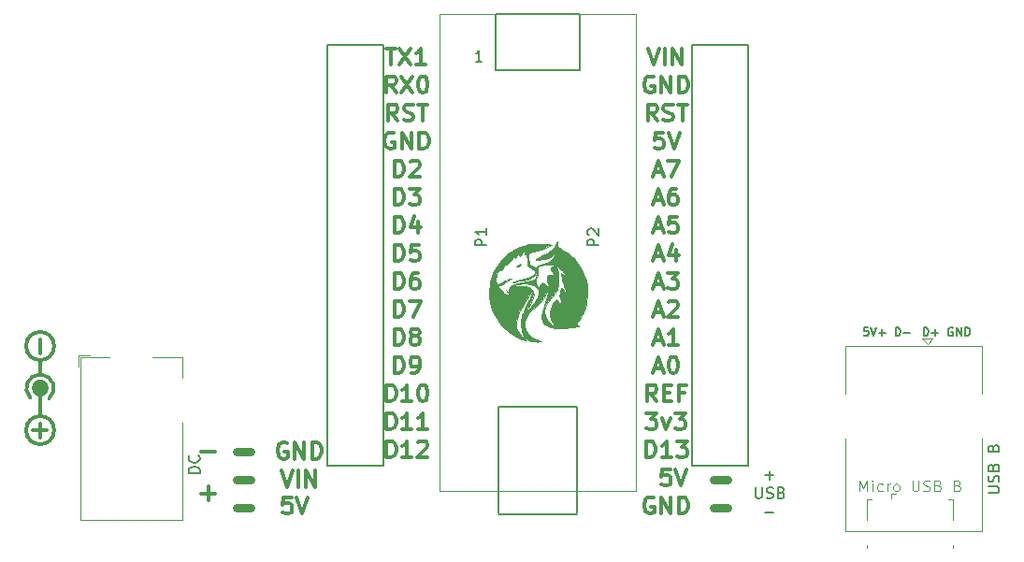
<source format=gto>
G04 #@! TF.GenerationSoftware,KiCad,Pcbnew,(5.0.0)*
G04 #@! TF.CreationDate,2019-08-07T20:49:05+02:00*
G04 #@! TF.ProjectId,Arduino_Nano_Breadboard,41726475696E6F5F4E616E6F5F427265,rev?*
G04 #@! TF.SameCoordinates,Original*
G04 #@! TF.FileFunction,Legend,Top*
G04 #@! TF.FilePolarity,Positive*
%FSLAX46Y46*%
G04 Gerber Fmt 4.6, Leading zero omitted, Abs format (unit mm)*
G04 Created by KiCad (PCBNEW (5.0.0)) date 08/07/19 20:49:05*
%MOMM*%
%LPD*%
G01*
G04 APERTURE LIST*
%ADD10C,0.100000*%
%ADD11C,0.300000*%
%ADD12C,0.750000*%
%ADD13C,0.150000*%
%ADD14C,0.200000*%
%ADD15C,0.010000*%
%ADD16C,0.120000*%
%ADD17C,1.500000*%
G04 APERTURE END LIST*
D10*
X154061190Y-138397380D02*
X154061190Y-137397380D01*
X154394523Y-138111666D01*
X154727857Y-137397380D01*
X154727857Y-138397380D01*
X155204047Y-138397380D02*
X155204047Y-137730714D01*
X155204047Y-137397380D02*
X155156428Y-137445000D01*
X155204047Y-137492619D01*
X155251666Y-137445000D01*
X155204047Y-137397380D01*
X155204047Y-137492619D01*
X156108809Y-138349761D02*
X156013571Y-138397380D01*
X155823095Y-138397380D01*
X155727857Y-138349761D01*
X155680238Y-138302142D01*
X155632619Y-138206904D01*
X155632619Y-137921190D01*
X155680238Y-137825952D01*
X155727857Y-137778333D01*
X155823095Y-137730714D01*
X156013571Y-137730714D01*
X156108809Y-137778333D01*
X156537380Y-138397380D02*
X156537380Y-137730714D01*
X156537380Y-137921190D02*
X156585000Y-137825952D01*
X156632619Y-137778333D01*
X156727857Y-137730714D01*
X156823095Y-137730714D01*
X157299285Y-138397380D02*
X157204047Y-138349761D01*
X157156428Y-138302142D01*
X157108809Y-138206904D01*
X157108809Y-137921190D01*
X157156428Y-137825952D01*
X157204047Y-137778333D01*
X157299285Y-137730714D01*
X157442142Y-137730714D01*
X157537380Y-137778333D01*
X157585000Y-137825952D01*
X157632619Y-137921190D01*
X157632619Y-138206904D01*
X157585000Y-138302142D01*
X157537380Y-138349761D01*
X157442142Y-138397380D01*
X157299285Y-138397380D01*
X158823095Y-137397380D02*
X158823095Y-138206904D01*
X158870714Y-138302142D01*
X158918333Y-138349761D01*
X159013571Y-138397380D01*
X159204047Y-138397380D01*
X159299285Y-138349761D01*
X159346904Y-138302142D01*
X159394523Y-138206904D01*
X159394523Y-137397380D01*
X159823095Y-138349761D02*
X159965952Y-138397380D01*
X160204047Y-138397380D01*
X160299285Y-138349761D01*
X160346904Y-138302142D01*
X160394523Y-138206904D01*
X160394523Y-138111666D01*
X160346904Y-138016428D01*
X160299285Y-137968809D01*
X160204047Y-137921190D01*
X160013571Y-137873571D01*
X159918333Y-137825952D01*
X159870714Y-137778333D01*
X159823095Y-137683095D01*
X159823095Y-137587857D01*
X159870714Y-137492619D01*
X159918333Y-137445000D01*
X160013571Y-137397380D01*
X160251666Y-137397380D01*
X160394523Y-137445000D01*
X161156428Y-137873571D02*
X161299285Y-137921190D01*
X161346904Y-137968809D01*
X161394523Y-138064047D01*
X161394523Y-138206904D01*
X161346904Y-138302142D01*
X161299285Y-138349761D01*
X161204047Y-138397380D01*
X160823095Y-138397380D01*
X160823095Y-137397380D01*
X161156428Y-137397380D01*
X161251666Y-137445000D01*
X161299285Y-137492619D01*
X161346904Y-137587857D01*
X161346904Y-137683095D01*
X161299285Y-137778333D01*
X161251666Y-137825952D01*
X161156428Y-137873571D01*
X160823095Y-137873571D01*
X162918333Y-137873571D02*
X163061190Y-137921190D01*
X163108809Y-137968809D01*
X163156428Y-138064047D01*
X163156428Y-138206904D01*
X163108809Y-138302142D01*
X163061190Y-138349761D01*
X162965952Y-138397380D01*
X162585000Y-138397380D01*
X162585000Y-137397380D01*
X162918333Y-137397380D01*
X163013571Y-137445000D01*
X163061190Y-137492619D01*
X163108809Y-137587857D01*
X163108809Y-137683095D01*
X163061190Y-137778333D01*
X163013571Y-137825952D01*
X162918333Y-137873571D01*
X162585000Y-137873571D01*
D11*
X102591053Y-138919440D02*
X101876768Y-138919440D01*
X101805339Y-139633726D01*
X101876768Y-139562297D01*
X102019625Y-139490869D01*
X102376768Y-139490869D01*
X102519625Y-139562297D01*
X102591053Y-139633726D01*
X102662482Y-139776583D01*
X102662482Y-140133726D01*
X102591053Y-140276583D01*
X102519625Y-140348011D01*
X102376768Y-140419440D01*
X102019625Y-140419440D01*
X101876768Y-140348011D01*
X101805339Y-140276583D01*
X103091053Y-138919440D02*
X103591053Y-140419440D01*
X104091053Y-138919440D01*
D12*
X98895000Y-134770000D02*
X97625000Y-134770000D01*
X142075000Y-137310000D02*
X140805000Y-137310000D01*
X142075000Y-139850000D02*
X140805000Y-139850000D01*
X98895000Y-139850000D02*
X97625000Y-139850000D01*
X98895000Y-137310000D02*
X97625000Y-137310000D01*
D13*
X154802857Y-123564285D02*
X154445714Y-123564285D01*
X154410000Y-123921428D01*
X154445714Y-123885714D01*
X154517142Y-123850000D01*
X154695714Y-123850000D01*
X154767142Y-123885714D01*
X154802857Y-123921428D01*
X154838571Y-123992857D01*
X154838571Y-124171428D01*
X154802857Y-124242857D01*
X154767142Y-124278571D01*
X154695714Y-124314285D01*
X154517142Y-124314285D01*
X154445714Y-124278571D01*
X154410000Y-124242857D01*
X155052857Y-123564285D02*
X155302857Y-124314285D01*
X155552857Y-123564285D01*
X155802857Y-124028571D02*
X156374285Y-124028571D01*
X156088571Y-124314285D02*
X156088571Y-123742857D01*
X162458571Y-123600000D02*
X162387142Y-123564285D01*
X162280000Y-123564285D01*
X162172857Y-123600000D01*
X162101428Y-123671428D01*
X162065714Y-123742857D01*
X162030000Y-123885714D01*
X162030000Y-123992857D01*
X162065714Y-124135714D01*
X162101428Y-124207142D01*
X162172857Y-124278571D01*
X162280000Y-124314285D01*
X162351428Y-124314285D01*
X162458571Y-124278571D01*
X162494285Y-124242857D01*
X162494285Y-123992857D01*
X162351428Y-123992857D01*
X162815714Y-124314285D02*
X162815714Y-123564285D01*
X163244285Y-124314285D01*
X163244285Y-123564285D01*
X163601428Y-124314285D02*
X163601428Y-123564285D01*
X163780000Y-123564285D01*
X163887142Y-123600000D01*
X163958571Y-123671428D01*
X163994285Y-123742857D01*
X164030000Y-123885714D01*
X164030000Y-123992857D01*
X163994285Y-124135714D01*
X163958571Y-124207142D01*
X163887142Y-124278571D01*
X163780000Y-124314285D01*
X163601428Y-124314285D01*
X159829285Y-124314285D02*
X159829285Y-123564285D01*
X160007857Y-123564285D01*
X160115000Y-123600000D01*
X160186428Y-123671428D01*
X160222142Y-123742857D01*
X160257857Y-123885714D01*
X160257857Y-123992857D01*
X160222142Y-124135714D01*
X160186428Y-124207142D01*
X160115000Y-124278571D01*
X160007857Y-124314285D01*
X159829285Y-124314285D01*
X160579285Y-124028571D02*
X161150714Y-124028571D01*
X160865000Y-124314285D02*
X160865000Y-123742857D01*
X157289285Y-124314285D02*
X157289285Y-123564285D01*
X157467857Y-123564285D01*
X157575000Y-123600000D01*
X157646428Y-123671428D01*
X157682142Y-123742857D01*
X157717857Y-123885714D01*
X157717857Y-123992857D01*
X157682142Y-124135714D01*
X157646428Y-124207142D01*
X157575000Y-124278571D01*
X157467857Y-124314285D01*
X157289285Y-124314285D01*
X158039285Y-124028571D02*
X158610714Y-124028571D01*
X110960000Y-136040000D02*
X110960000Y-97940000D01*
X105880000Y-136040000D02*
X110960000Y-136040000D01*
X105880000Y-97940000D02*
X105880000Y-136040000D01*
X110960000Y-97940000D02*
X105880000Y-97940000D01*
X138900000Y-136040000D02*
X138900000Y-97940000D01*
X143980000Y-136040000D02*
X138900000Y-136040000D01*
X143980000Y-97940000D02*
X143980000Y-136040000D01*
X138900000Y-97940000D02*
X143980000Y-97940000D01*
D11*
X135460339Y-127290869D02*
X136174625Y-127290869D01*
X135317482Y-127719440D02*
X135817482Y-126219440D01*
X136317482Y-127719440D01*
X137103196Y-126219440D02*
X137246053Y-126219440D01*
X137388910Y-126290869D01*
X137460339Y-126362297D01*
X137531768Y-126505154D01*
X137603196Y-126790869D01*
X137603196Y-127148011D01*
X137531768Y-127433726D01*
X137460339Y-127576583D01*
X137388910Y-127648011D01*
X137246053Y-127719440D01*
X137103196Y-127719440D01*
X136960339Y-127648011D01*
X136888910Y-127576583D01*
X136817482Y-127433726D01*
X136746053Y-127148011D01*
X136746053Y-126790869D01*
X136817482Y-126505154D01*
X136888910Y-126362297D01*
X136960339Y-126290869D01*
X137103196Y-126219440D01*
D14*
X145504047Y-136951428D02*
X146265952Y-136951428D01*
X145885000Y-137332380D02*
X145885000Y-136570476D01*
X144623095Y-138032380D02*
X144623095Y-138841904D01*
X144670714Y-138937142D01*
X144718333Y-138984761D01*
X144813571Y-139032380D01*
X145004047Y-139032380D01*
X145099285Y-138984761D01*
X145146904Y-138937142D01*
X145194523Y-138841904D01*
X145194523Y-138032380D01*
X145623095Y-138984761D02*
X145765952Y-139032380D01*
X146004047Y-139032380D01*
X146099285Y-138984761D01*
X146146904Y-138937142D01*
X146194523Y-138841904D01*
X146194523Y-138746666D01*
X146146904Y-138651428D01*
X146099285Y-138603809D01*
X146004047Y-138556190D01*
X145813571Y-138508571D01*
X145718333Y-138460952D01*
X145670714Y-138413333D01*
X145623095Y-138318095D01*
X145623095Y-138222857D01*
X145670714Y-138127619D01*
X145718333Y-138080000D01*
X145813571Y-138032380D01*
X146051666Y-138032380D01*
X146194523Y-138080000D01*
X146956428Y-138508571D02*
X147099285Y-138556190D01*
X147146904Y-138603809D01*
X147194523Y-138699047D01*
X147194523Y-138841904D01*
X147146904Y-138937142D01*
X147099285Y-138984761D01*
X147004047Y-139032380D01*
X146623095Y-139032380D01*
X146623095Y-138032380D01*
X146956428Y-138032380D01*
X147051666Y-138080000D01*
X147099285Y-138127619D01*
X147146904Y-138222857D01*
X147146904Y-138318095D01*
X147099285Y-138413333D01*
X147051666Y-138460952D01*
X146956428Y-138508571D01*
X146623095Y-138508571D01*
X145504047Y-140351428D02*
X146265952Y-140351428D01*
D11*
X102197142Y-134020000D02*
X102054285Y-133948571D01*
X101840000Y-133948571D01*
X101625714Y-134020000D01*
X101482857Y-134162857D01*
X101411428Y-134305714D01*
X101340000Y-134591428D01*
X101340000Y-134805714D01*
X101411428Y-135091428D01*
X101482857Y-135234285D01*
X101625714Y-135377142D01*
X101840000Y-135448571D01*
X101982857Y-135448571D01*
X102197142Y-135377142D01*
X102268571Y-135305714D01*
X102268571Y-134805714D01*
X101982857Y-134805714D01*
X102911428Y-135448571D02*
X102911428Y-133948571D01*
X103768571Y-135448571D01*
X103768571Y-133948571D01*
X104482857Y-135448571D02*
X104482857Y-133948571D01*
X104840000Y-133948571D01*
X105054285Y-134020000D01*
X105197142Y-134162857D01*
X105268571Y-134305714D01*
X105340000Y-134591428D01*
X105340000Y-134805714D01*
X105268571Y-135091428D01*
X105197142Y-135234285D01*
X105054285Y-135377142D01*
X104840000Y-135448571D01*
X104482857Y-135448571D01*
X101697142Y-136488571D02*
X102197142Y-137988571D01*
X102697142Y-136488571D01*
X103197142Y-137988571D02*
X103197142Y-136488571D01*
X103911428Y-137988571D02*
X103911428Y-136488571D01*
X104768571Y-137988571D01*
X104768571Y-136488571D01*
X135388910Y-138990869D02*
X135246053Y-138919440D01*
X135031768Y-138919440D01*
X134817482Y-138990869D01*
X134674625Y-139133726D01*
X134603196Y-139276583D01*
X134531768Y-139562297D01*
X134531768Y-139776583D01*
X134603196Y-140062297D01*
X134674625Y-140205154D01*
X134817482Y-140348011D01*
X135031768Y-140419440D01*
X135174625Y-140419440D01*
X135388910Y-140348011D01*
X135460339Y-140276583D01*
X135460339Y-139776583D01*
X135174625Y-139776583D01*
X136103196Y-140419440D02*
X136103196Y-138919440D01*
X136960339Y-140419440D01*
X136960339Y-138919440D01*
X137674625Y-140419440D02*
X137674625Y-138919440D01*
X138031768Y-138919440D01*
X138246053Y-138990869D01*
X138388910Y-139133726D01*
X138460339Y-139276583D01*
X138531768Y-139562297D01*
X138531768Y-139776583D01*
X138460339Y-140062297D01*
X138388910Y-140205154D01*
X138246053Y-140348011D01*
X138031768Y-140419440D01*
X137674625Y-140419440D01*
X136881053Y-136379440D02*
X136166768Y-136379440D01*
X136095339Y-137093726D01*
X136166768Y-137022297D01*
X136309625Y-136950869D01*
X136666768Y-136950869D01*
X136809625Y-137022297D01*
X136881053Y-137093726D01*
X136952482Y-137236583D01*
X136952482Y-137593726D01*
X136881053Y-137736583D01*
X136809625Y-137808011D01*
X136666768Y-137879440D01*
X136309625Y-137879440D01*
X136166768Y-137808011D01*
X136095339Y-137736583D01*
X137381053Y-136379440D02*
X137881053Y-137879440D01*
X138381053Y-136379440D01*
X134710339Y-135339440D02*
X134710339Y-133839440D01*
X135067482Y-133839440D01*
X135281768Y-133910869D01*
X135424625Y-134053726D01*
X135496053Y-134196583D01*
X135567482Y-134482297D01*
X135567482Y-134696583D01*
X135496053Y-134982297D01*
X135424625Y-135125154D01*
X135281768Y-135268011D01*
X135067482Y-135339440D01*
X134710339Y-135339440D01*
X136996053Y-135339440D02*
X136138910Y-135339440D01*
X136567482Y-135339440D02*
X136567482Y-133839440D01*
X136424625Y-134053726D01*
X136281768Y-134196583D01*
X136138910Y-134268011D01*
X137496053Y-133839440D02*
X138424625Y-133839440D01*
X137924625Y-134410869D01*
X138138910Y-134410869D01*
X138281768Y-134482297D01*
X138353196Y-134553726D01*
X138424625Y-134696583D01*
X138424625Y-135053726D01*
X138353196Y-135196583D01*
X138281768Y-135268011D01*
X138138910Y-135339440D01*
X137710339Y-135339440D01*
X137567482Y-135268011D01*
X137496053Y-135196583D01*
X134746053Y-131299440D02*
X135674625Y-131299440D01*
X135174625Y-131870869D01*
X135388910Y-131870869D01*
X135531768Y-131942297D01*
X135603196Y-132013726D01*
X135674625Y-132156583D01*
X135674625Y-132513726D01*
X135603196Y-132656583D01*
X135531768Y-132728011D01*
X135388910Y-132799440D01*
X134960339Y-132799440D01*
X134817482Y-132728011D01*
X134746053Y-132656583D01*
X136174625Y-131799440D02*
X136531768Y-132799440D01*
X136888910Y-131799440D01*
X137317482Y-131299440D02*
X138246053Y-131299440D01*
X137746053Y-131870869D01*
X137960339Y-131870869D01*
X138103196Y-131942297D01*
X138174625Y-132013726D01*
X138246053Y-132156583D01*
X138246053Y-132513726D01*
X138174625Y-132656583D01*
X138103196Y-132728011D01*
X137960339Y-132799440D01*
X137531768Y-132799440D01*
X137388910Y-132728011D01*
X137317482Y-132656583D01*
X135674625Y-130259440D02*
X135174625Y-129545154D01*
X134817482Y-130259440D02*
X134817482Y-128759440D01*
X135388910Y-128759440D01*
X135531768Y-128830869D01*
X135603196Y-128902297D01*
X135674625Y-129045154D01*
X135674625Y-129259440D01*
X135603196Y-129402297D01*
X135531768Y-129473726D01*
X135388910Y-129545154D01*
X134817482Y-129545154D01*
X136317482Y-129473726D02*
X136817482Y-129473726D01*
X137031768Y-130259440D02*
X136317482Y-130259440D01*
X136317482Y-128759440D01*
X137031768Y-128759440D01*
X138174625Y-129473726D02*
X137674625Y-129473726D01*
X137674625Y-130259440D02*
X137674625Y-128759440D01*
X138388910Y-128759440D01*
X135460339Y-124750869D02*
X136174625Y-124750869D01*
X135317482Y-125179440D02*
X135817482Y-123679440D01*
X136317482Y-125179440D01*
X137603196Y-125179440D02*
X136746053Y-125179440D01*
X137174625Y-125179440D02*
X137174625Y-123679440D01*
X137031768Y-123893726D01*
X136888910Y-124036583D01*
X136746053Y-124108011D01*
X135460339Y-122210869D02*
X136174625Y-122210869D01*
X135317482Y-122639440D02*
X135817482Y-121139440D01*
X136317482Y-122639440D01*
X136746053Y-121282297D02*
X136817482Y-121210869D01*
X136960339Y-121139440D01*
X137317482Y-121139440D01*
X137460339Y-121210869D01*
X137531768Y-121282297D01*
X137603196Y-121425154D01*
X137603196Y-121568011D01*
X137531768Y-121782297D01*
X136674625Y-122639440D01*
X137603196Y-122639440D01*
X135460339Y-119670869D02*
X136174625Y-119670869D01*
X135317482Y-120099440D02*
X135817482Y-118599440D01*
X136317482Y-120099440D01*
X136674625Y-118599440D02*
X137603196Y-118599440D01*
X137103196Y-119170869D01*
X137317482Y-119170869D01*
X137460339Y-119242297D01*
X137531768Y-119313726D01*
X137603196Y-119456583D01*
X137603196Y-119813726D01*
X137531768Y-119956583D01*
X137460339Y-120028011D01*
X137317482Y-120099440D01*
X136888910Y-120099440D01*
X136746053Y-120028011D01*
X136674625Y-119956583D01*
X135460339Y-117130869D02*
X136174625Y-117130869D01*
X135317482Y-117559440D02*
X135817482Y-116059440D01*
X136317482Y-117559440D01*
X137460339Y-116559440D02*
X137460339Y-117559440D01*
X137103196Y-115988011D02*
X136746053Y-117059440D01*
X137674625Y-117059440D01*
X135460339Y-114590869D02*
X136174625Y-114590869D01*
X135317482Y-115019440D02*
X135817482Y-113519440D01*
X136317482Y-115019440D01*
X137531768Y-113519440D02*
X136817482Y-113519440D01*
X136746053Y-114233726D01*
X136817482Y-114162297D01*
X136960339Y-114090869D01*
X137317482Y-114090869D01*
X137460339Y-114162297D01*
X137531768Y-114233726D01*
X137603196Y-114376583D01*
X137603196Y-114733726D01*
X137531768Y-114876583D01*
X137460339Y-114948011D01*
X137317482Y-115019440D01*
X136960339Y-115019440D01*
X136817482Y-114948011D01*
X136746053Y-114876583D01*
X135460339Y-112050869D02*
X136174625Y-112050869D01*
X135317482Y-112479440D02*
X135817482Y-110979440D01*
X136317482Y-112479440D01*
X137460339Y-110979440D02*
X137174625Y-110979440D01*
X137031768Y-111050869D01*
X136960339Y-111122297D01*
X136817482Y-111336583D01*
X136746053Y-111622297D01*
X136746053Y-112193726D01*
X136817482Y-112336583D01*
X136888910Y-112408011D01*
X137031768Y-112479440D01*
X137317482Y-112479440D01*
X137460339Y-112408011D01*
X137531768Y-112336583D01*
X137603196Y-112193726D01*
X137603196Y-111836583D01*
X137531768Y-111693726D01*
X137460339Y-111622297D01*
X137317482Y-111550869D01*
X137031768Y-111550869D01*
X136888910Y-111622297D01*
X136817482Y-111693726D01*
X136746053Y-111836583D01*
X135460339Y-109510869D02*
X136174625Y-109510869D01*
X135317482Y-109939440D02*
X135817482Y-108439440D01*
X136317482Y-109939440D01*
X136674625Y-108439440D02*
X137674625Y-108439440D01*
X137031768Y-109939440D01*
X136246053Y-105899440D02*
X135531768Y-105899440D01*
X135460339Y-106613726D01*
X135531768Y-106542297D01*
X135674625Y-106470869D01*
X136031768Y-106470869D01*
X136174625Y-106542297D01*
X136246053Y-106613726D01*
X136317482Y-106756583D01*
X136317482Y-107113726D01*
X136246053Y-107256583D01*
X136174625Y-107328011D01*
X136031768Y-107399440D01*
X135674625Y-107399440D01*
X135531768Y-107328011D01*
X135460339Y-107256583D01*
X136746053Y-105899440D02*
X137246053Y-107399440D01*
X137746053Y-105899440D01*
X135710339Y-104859440D02*
X135210339Y-104145154D01*
X134853196Y-104859440D02*
X134853196Y-103359440D01*
X135424625Y-103359440D01*
X135567482Y-103430869D01*
X135638910Y-103502297D01*
X135710339Y-103645154D01*
X135710339Y-103859440D01*
X135638910Y-104002297D01*
X135567482Y-104073726D01*
X135424625Y-104145154D01*
X134853196Y-104145154D01*
X136281768Y-104788011D02*
X136496053Y-104859440D01*
X136853196Y-104859440D01*
X136996053Y-104788011D01*
X137067482Y-104716583D01*
X137138910Y-104573726D01*
X137138910Y-104430869D01*
X137067482Y-104288011D01*
X136996053Y-104216583D01*
X136853196Y-104145154D01*
X136567482Y-104073726D01*
X136424625Y-104002297D01*
X136353196Y-103930869D01*
X136281768Y-103788011D01*
X136281768Y-103645154D01*
X136353196Y-103502297D01*
X136424625Y-103430869D01*
X136567482Y-103359440D01*
X136924625Y-103359440D01*
X137138910Y-103430869D01*
X137567482Y-103359440D02*
X138424625Y-103359440D01*
X137996053Y-104859440D02*
X137996053Y-103359440D01*
X135388910Y-100890869D02*
X135246053Y-100819440D01*
X135031768Y-100819440D01*
X134817482Y-100890869D01*
X134674625Y-101033726D01*
X134603196Y-101176583D01*
X134531768Y-101462297D01*
X134531768Y-101676583D01*
X134603196Y-101962297D01*
X134674625Y-102105154D01*
X134817482Y-102248011D01*
X135031768Y-102319440D01*
X135174625Y-102319440D01*
X135388910Y-102248011D01*
X135460339Y-102176583D01*
X135460339Y-101676583D01*
X135174625Y-101676583D01*
X136103196Y-102319440D02*
X136103196Y-100819440D01*
X136960339Y-102319440D01*
X136960339Y-100819440D01*
X137674625Y-102319440D02*
X137674625Y-100819440D01*
X138031768Y-100819440D01*
X138246053Y-100890869D01*
X138388910Y-101033726D01*
X138460339Y-101176583D01*
X138531768Y-101462297D01*
X138531768Y-101676583D01*
X138460339Y-101962297D01*
X138388910Y-102105154D01*
X138246053Y-102248011D01*
X138031768Y-102319440D01*
X137674625Y-102319440D01*
X134888910Y-98279440D02*
X135388910Y-99779440D01*
X135888910Y-98279440D01*
X136388910Y-99779440D02*
X136388910Y-98279440D01*
X137103196Y-99779440D02*
X137103196Y-98279440D01*
X137960339Y-99779440D01*
X137960339Y-98279440D01*
X111215339Y-135339440D02*
X111215339Y-133839440D01*
X111572482Y-133839440D01*
X111786768Y-133910869D01*
X111929625Y-134053726D01*
X112001053Y-134196583D01*
X112072482Y-134482297D01*
X112072482Y-134696583D01*
X112001053Y-134982297D01*
X111929625Y-135125154D01*
X111786768Y-135268011D01*
X111572482Y-135339440D01*
X111215339Y-135339440D01*
X113501053Y-135339440D02*
X112643910Y-135339440D01*
X113072482Y-135339440D02*
X113072482Y-133839440D01*
X112929625Y-134053726D01*
X112786768Y-134196583D01*
X112643910Y-134268011D01*
X114072482Y-133982297D02*
X114143910Y-133910869D01*
X114286768Y-133839440D01*
X114643910Y-133839440D01*
X114786768Y-133910869D01*
X114858196Y-133982297D01*
X114929625Y-134125154D01*
X114929625Y-134268011D01*
X114858196Y-134482297D01*
X114001053Y-135339440D01*
X114929625Y-135339440D01*
X111215339Y-132799440D02*
X111215339Y-131299440D01*
X111572482Y-131299440D01*
X111786768Y-131370869D01*
X111929625Y-131513726D01*
X112001053Y-131656583D01*
X112072482Y-131942297D01*
X112072482Y-132156583D01*
X112001053Y-132442297D01*
X111929625Y-132585154D01*
X111786768Y-132728011D01*
X111572482Y-132799440D01*
X111215339Y-132799440D01*
X113501053Y-132799440D02*
X112643910Y-132799440D01*
X113072482Y-132799440D02*
X113072482Y-131299440D01*
X112929625Y-131513726D01*
X112786768Y-131656583D01*
X112643910Y-131728011D01*
X114929625Y-132799440D02*
X114072482Y-132799440D01*
X114501053Y-132799440D02*
X114501053Y-131299440D01*
X114358196Y-131513726D01*
X114215339Y-131656583D01*
X114072482Y-131728011D01*
X111215339Y-130259440D02*
X111215339Y-128759440D01*
X111572482Y-128759440D01*
X111786768Y-128830869D01*
X111929625Y-128973726D01*
X112001053Y-129116583D01*
X112072482Y-129402297D01*
X112072482Y-129616583D01*
X112001053Y-129902297D01*
X111929625Y-130045154D01*
X111786768Y-130188011D01*
X111572482Y-130259440D01*
X111215339Y-130259440D01*
X113501053Y-130259440D02*
X112643910Y-130259440D01*
X113072482Y-130259440D02*
X113072482Y-128759440D01*
X112929625Y-128973726D01*
X112786768Y-129116583D01*
X112643910Y-129188011D01*
X114429625Y-128759440D02*
X114572482Y-128759440D01*
X114715339Y-128830869D01*
X114786768Y-128902297D01*
X114858196Y-129045154D01*
X114929625Y-129330869D01*
X114929625Y-129688011D01*
X114858196Y-129973726D01*
X114786768Y-130116583D01*
X114715339Y-130188011D01*
X114572482Y-130259440D01*
X114429625Y-130259440D01*
X114286768Y-130188011D01*
X114215339Y-130116583D01*
X114143910Y-129973726D01*
X114072482Y-129688011D01*
X114072482Y-129330869D01*
X114143910Y-129045154D01*
X114215339Y-128902297D01*
X114286768Y-128830869D01*
X114429625Y-128759440D01*
X111929625Y-127719440D02*
X111929625Y-126219440D01*
X112286768Y-126219440D01*
X112501053Y-126290869D01*
X112643910Y-126433726D01*
X112715339Y-126576583D01*
X112786768Y-126862297D01*
X112786768Y-127076583D01*
X112715339Y-127362297D01*
X112643910Y-127505154D01*
X112501053Y-127648011D01*
X112286768Y-127719440D01*
X111929625Y-127719440D01*
X113501053Y-127719440D02*
X113786768Y-127719440D01*
X113929625Y-127648011D01*
X114001053Y-127576583D01*
X114143910Y-127362297D01*
X114215339Y-127076583D01*
X114215339Y-126505154D01*
X114143910Y-126362297D01*
X114072482Y-126290869D01*
X113929625Y-126219440D01*
X113643910Y-126219440D01*
X113501053Y-126290869D01*
X113429625Y-126362297D01*
X113358196Y-126505154D01*
X113358196Y-126862297D01*
X113429625Y-127005154D01*
X113501053Y-127076583D01*
X113643910Y-127148011D01*
X113929625Y-127148011D01*
X114072482Y-127076583D01*
X114143910Y-127005154D01*
X114215339Y-126862297D01*
X111929625Y-125179440D02*
X111929625Y-123679440D01*
X112286768Y-123679440D01*
X112501053Y-123750869D01*
X112643910Y-123893726D01*
X112715339Y-124036583D01*
X112786768Y-124322297D01*
X112786768Y-124536583D01*
X112715339Y-124822297D01*
X112643910Y-124965154D01*
X112501053Y-125108011D01*
X112286768Y-125179440D01*
X111929625Y-125179440D01*
X113643910Y-124322297D02*
X113501053Y-124250869D01*
X113429625Y-124179440D01*
X113358196Y-124036583D01*
X113358196Y-123965154D01*
X113429625Y-123822297D01*
X113501053Y-123750869D01*
X113643910Y-123679440D01*
X113929625Y-123679440D01*
X114072482Y-123750869D01*
X114143910Y-123822297D01*
X114215339Y-123965154D01*
X114215339Y-124036583D01*
X114143910Y-124179440D01*
X114072482Y-124250869D01*
X113929625Y-124322297D01*
X113643910Y-124322297D01*
X113501053Y-124393726D01*
X113429625Y-124465154D01*
X113358196Y-124608011D01*
X113358196Y-124893726D01*
X113429625Y-125036583D01*
X113501053Y-125108011D01*
X113643910Y-125179440D01*
X113929625Y-125179440D01*
X114072482Y-125108011D01*
X114143910Y-125036583D01*
X114215339Y-124893726D01*
X114215339Y-124608011D01*
X114143910Y-124465154D01*
X114072482Y-124393726D01*
X113929625Y-124322297D01*
X111929625Y-122639440D02*
X111929625Y-121139440D01*
X112286768Y-121139440D01*
X112501053Y-121210869D01*
X112643910Y-121353726D01*
X112715339Y-121496583D01*
X112786768Y-121782297D01*
X112786768Y-121996583D01*
X112715339Y-122282297D01*
X112643910Y-122425154D01*
X112501053Y-122568011D01*
X112286768Y-122639440D01*
X111929625Y-122639440D01*
X113286768Y-121139440D02*
X114286768Y-121139440D01*
X113643910Y-122639440D01*
X111929625Y-120099440D02*
X111929625Y-118599440D01*
X112286768Y-118599440D01*
X112501053Y-118670869D01*
X112643910Y-118813726D01*
X112715339Y-118956583D01*
X112786768Y-119242297D01*
X112786768Y-119456583D01*
X112715339Y-119742297D01*
X112643910Y-119885154D01*
X112501053Y-120028011D01*
X112286768Y-120099440D01*
X111929625Y-120099440D01*
X114072482Y-118599440D02*
X113786768Y-118599440D01*
X113643910Y-118670869D01*
X113572482Y-118742297D01*
X113429625Y-118956583D01*
X113358196Y-119242297D01*
X113358196Y-119813726D01*
X113429625Y-119956583D01*
X113501053Y-120028011D01*
X113643910Y-120099440D01*
X113929625Y-120099440D01*
X114072482Y-120028011D01*
X114143910Y-119956583D01*
X114215339Y-119813726D01*
X114215339Y-119456583D01*
X114143910Y-119313726D01*
X114072482Y-119242297D01*
X113929625Y-119170869D01*
X113643910Y-119170869D01*
X113501053Y-119242297D01*
X113429625Y-119313726D01*
X113358196Y-119456583D01*
X111929625Y-117559440D02*
X111929625Y-116059440D01*
X112286768Y-116059440D01*
X112501053Y-116130869D01*
X112643910Y-116273726D01*
X112715339Y-116416583D01*
X112786768Y-116702297D01*
X112786768Y-116916583D01*
X112715339Y-117202297D01*
X112643910Y-117345154D01*
X112501053Y-117488011D01*
X112286768Y-117559440D01*
X111929625Y-117559440D01*
X114143910Y-116059440D02*
X113429625Y-116059440D01*
X113358196Y-116773726D01*
X113429625Y-116702297D01*
X113572482Y-116630869D01*
X113929625Y-116630869D01*
X114072482Y-116702297D01*
X114143910Y-116773726D01*
X114215339Y-116916583D01*
X114215339Y-117273726D01*
X114143910Y-117416583D01*
X114072482Y-117488011D01*
X113929625Y-117559440D01*
X113572482Y-117559440D01*
X113429625Y-117488011D01*
X113358196Y-117416583D01*
X111929625Y-115019440D02*
X111929625Y-113519440D01*
X112286768Y-113519440D01*
X112501053Y-113590869D01*
X112643910Y-113733726D01*
X112715339Y-113876583D01*
X112786768Y-114162297D01*
X112786768Y-114376583D01*
X112715339Y-114662297D01*
X112643910Y-114805154D01*
X112501053Y-114948011D01*
X112286768Y-115019440D01*
X111929625Y-115019440D01*
X114072482Y-114019440D02*
X114072482Y-115019440D01*
X113715339Y-113448011D02*
X113358196Y-114519440D01*
X114286768Y-114519440D01*
X111929625Y-112479440D02*
X111929625Y-110979440D01*
X112286768Y-110979440D01*
X112501053Y-111050869D01*
X112643910Y-111193726D01*
X112715339Y-111336583D01*
X112786768Y-111622297D01*
X112786768Y-111836583D01*
X112715339Y-112122297D01*
X112643910Y-112265154D01*
X112501053Y-112408011D01*
X112286768Y-112479440D01*
X111929625Y-112479440D01*
X113286768Y-110979440D02*
X114215339Y-110979440D01*
X113715339Y-111550869D01*
X113929625Y-111550869D01*
X114072482Y-111622297D01*
X114143910Y-111693726D01*
X114215339Y-111836583D01*
X114215339Y-112193726D01*
X114143910Y-112336583D01*
X114072482Y-112408011D01*
X113929625Y-112479440D01*
X113501053Y-112479440D01*
X113358196Y-112408011D01*
X113286768Y-112336583D01*
X111929625Y-109939440D02*
X111929625Y-108439440D01*
X112286768Y-108439440D01*
X112501053Y-108510869D01*
X112643910Y-108653726D01*
X112715339Y-108796583D01*
X112786768Y-109082297D01*
X112786768Y-109296583D01*
X112715339Y-109582297D01*
X112643910Y-109725154D01*
X112501053Y-109868011D01*
X112286768Y-109939440D01*
X111929625Y-109939440D01*
X113358196Y-108582297D02*
X113429625Y-108510869D01*
X113572482Y-108439440D01*
X113929625Y-108439440D01*
X114072482Y-108510869D01*
X114143910Y-108582297D01*
X114215339Y-108725154D01*
X114215339Y-108868011D01*
X114143910Y-109082297D01*
X113286768Y-109939440D01*
X114215339Y-109939440D01*
X111893910Y-105970869D02*
X111751053Y-105899440D01*
X111536768Y-105899440D01*
X111322482Y-105970869D01*
X111179625Y-106113726D01*
X111108196Y-106256583D01*
X111036768Y-106542297D01*
X111036768Y-106756583D01*
X111108196Y-107042297D01*
X111179625Y-107185154D01*
X111322482Y-107328011D01*
X111536768Y-107399440D01*
X111679625Y-107399440D01*
X111893910Y-107328011D01*
X111965339Y-107256583D01*
X111965339Y-106756583D01*
X111679625Y-106756583D01*
X112608196Y-107399440D02*
X112608196Y-105899440D01*
X113465339Y-107399440D01*
X113465339Y-105899440D01*
X114179625Y-107399440D02*
X114179625Y-105899440D01*
X114536768Y-105899440D01*
X114751053Y-105970869D01*
X114893910Y-106113726D01*
X114965339Y-106256583D01*
X115036768Y-106542297D01*
X115036768Y-106756583D01*
X114965339Y-107042297D01*
X114893910Y-107185154D01*
X114751053Y-107328011D01*
X114536768Y-107399440D01*
X114179625Y-107399440D01*
X112215339Y-104859440D02*
X111715339Y-104145154D01*
X111358196Y-104859440D02*
X111358196Y-103359440D01*
X111929625Y-103359440D01*
X112072482Y-103430869D01*
X112143910Y-103502297D01*
X112215339Y-103645154D01*
X112215339Y-103859440D01*
X112143910Y-104002297D01*
X112072482Y-104073726D01*
X111929625Y-104145154D01*
X111358196Y-104145154D01*
X112786768Y-104788011D02*
X113001053Y-104859440D01*
X113358196Y-104859440D01*
X113501053Y-104788011D01*
X113572482Y-104716583D01*
X113643910Y-104573726D01*
X113643910Y-104430869D01*
X113572482Y-104288011D01*
X113501053Y-104216583D01*
X113358196Y-104145154D01*
X113072482Y-104073726D01*
X112929625Y-104002297D01*
X112858196Y-103930869D01*
X112786768Y-103788011D01*
X112786768Y-103645154D01*
X112858196Y-103502297D01*
X112929625Y-103430869D01*
X113072482Y-103359440D01*
X113429625Y-103359440D01*
X113643910Y-103430869D01*
X114072482Y-103359440D02*
X114929625Y-103359440D01*
X114501053Y-104859440D02*
X114501053Y-103359440D01*
X112072482Y-102319440D02*
X111572482Y-101605154D01*
X111215339Y-102319440D02*
X111215339Y-100819440D01*
X111786768Y-100819440D01*
X111929625Y-100890869D01*
X112001053Y-100962297D01*
X112072482Y-101105154D01*
X112072482Y-101319440D01*
X112001053Y-101462297D01*
X111929625Y-101533726D01*
X111786768Y-101605154D01*
X111215339Y-101605154D01*
X112572482Y-100819440D02*
X113572482Y-102319440D01*
X113572482Y-100819440D02*
X112572482Y-102319440D01*
X114429625Y-100819440D02*
X114572482Y-100819440D01*
X114715339Y-100890869D01*
X114786768Y-100962297D01*
X114858196Y-101105154D01*
X114929625Y-101390869D01*
X114929625Y-101748011D01*
X114858196Y-102033726D01*
X114786768Y-102176583D01*
X114715339Y-102248011D01*
X114572482Y-102319440D01*
X114429625Y-102319440D01*
X114286768Y-102248011D01*
X114215339Y-102176583D01*
X114143910Y-102033726D01*
X114072482Y-101748011D01*
X114072482Y-101390869D01*
X114143910Y-101105154D01*
X114215339Y-100962297D01*
X114286768Y-100890869D01*
X114429625Y-100819440D01*
X111179625Y-98279440D02*
X112036768Y-98279440D01*
X111608196Y-99779440D02*
X111608196Y-98279440D01*
X112393910Y-98279440D02*
X113393910Y-99779440D01*
X113393910Y-98279440D02*
X112393910Y-99779440D01*
X114751053Y-99779440D02*
X113893910Y-99779440D01*
X114322482Y-99779440D02*
X114322482Y-98279440D01*
X114179625Y-98493726D01*
X114036768Y-98636583D01*
X113893910Y-98708011D01*
D13*
X119845282Y-99472480D02*
X119273853Y-99472480D01*
X119559568Y-99472480D02*
X119559568Y-98472480D01*
X119464329Y-98615338D01*
X119369091Y-98710576D01*
X119273853Y-98758195D01*
X128703568Y-100290100D02*
X128703568Y-95210100D01*
D10*
X116003568Y-138390100D02*
X133783568Y-138390100D01*
D13*
X121083568Y-100290100D02*
X128703568Y-100290100D01*
X128703568Y-95210100D02*
X121083568Y-95210100D01*
X121337568Y-138390100D02*
X121337568Y-140295100D01*
D10*
X116003568Y-95210100D02*
X116003568Y-138390100D01*
D13*
X121083568Y-95210100D02*
X121083568Y-100290100D01*
D10*
X133783568Y-95210100D02*
X116003568Y-95210100D01*
X133783568Y-138390100D02*
X133783568Y-95210100D01*
D13*
X128449568Y-130770100D02*
X128449568Y-138390100D01*
X121337568Y-140485000D02*
X128449568Y-140485000D01*
X121337568Y-138390100D02*
X121337568Y-130770100D01*
X121337568Y-130770100D02*
X128449568Y-130770100D01*
X128449568Y-140295100D02*
X128449568Y-138390100D01*
D15*
G04 #@! TO.C,G\002A\002A\002A*
G36*
X126681389Y-115773206D02*
X126690246Y-115899672D01*
X126692721Y-116008315D01*
X126711779Y-116216404D01*
X126754443Y-116331723D01*
X126777987Y-116344388D01*
X126917631Y-116388653D01*
X127133147Y-116507988D01*
X127395770Y-116682200D01*
X127676738Y-116891094D01*
X127947286Y-117114478D01*
X128164740Y-117317942D01*
X128548088Y-117782921D01*
X128886546Y-118340001D01*
X129153627Y-118940982D01*
X129280550Y-119348528D01*
X129349433Y-119751791D01*
X129381021Y-120232204D01*
X129375388Y-120732473D01*
X129332603Y-121195307D01*
X129277919Y-121476737D01*
X129042206Y-122163416D01*
X128712208Y-122801646D01*
X128607228Y-122962442D01*
X128476016Y-123158231D01*
X128424373Y-123271402D01*
X128452257Y-123336320D01*
X128559628Y-123387353D01*
X128606701Y-123404859D01*
X128654753Y-123436651D01*
X128606927Y-123466756D01*
X128449567Y-123498749D01*
X128169016Y-123536202D01*
X128053245Y-123549668D01*
X127283094Y-123612267D01*
X126632812Y-123611560D01*
X126104188Y-123547759D01*
X125699011Y-123421077D01*
X125425265Y-123237956D01*
X125283136Y-122997650D01*
X125240535Y-122660258D01*
X125297262Y-122229085D01*
X125318873Y-122156752D01*
X125497181Y-122156752D01*
X125567402Y-122539139D01*
X125767266Y-122903434D01*
X126084938Y-123228830D01*
X126124572Y-123259836D01*
X126331282Y-123403858D01*
X126445750Y-123453826D01*
X126462769Y-123411141D01*
X126377133Y-123277206D01*
X126320331Y-123207111D01*
X126120534Y-122868568D01*
X126021510Y-122472448D01*
X126029245Y-122120403D01*
X126083287Y-121913706D01*
X126175855Y-121672330D01*
X126289708Y-121429940D01*
X126407607Y-121220201D01*
X126512312Y-121076777D01*
X126586025Y-121033158D01*
X126665980Y-121107977D01*
X126758948Y-121259667D01*
X126769555Y-121281475D01*
X126853807Y-121431561D01*
X126921802Y-121506035D01*
X126928747Y-121507759D01*
X126965542Y-121447534D01*
X126980292Y-121296751D01*
X126974268Y-121104419D01*
X126948741Y-120919550D01*
X126910410Y-120800558D01*
X126888014Y-120673346D01*
X126900116Y-120483882D01*
X126937308Y-120280605D01*
X126990180Y-120111958D01*
X127049325Y-120026382D01*
X127061336Y-120023496D01*
X127133320Y-120074649D01*
X127242712Y-120199648D01*
X127256677Y-120218065D01*
X127401840Y-120412633D01*
X127404082Y-120219957D01*
X127376531Y-120035790D01*
X127304774Y-119804839D01*
X127271848Y-119724693D01*
X127194853Y-119518706D01*
X127125253Y-119276976D01*
X127070665Y-119036286D01*
X127038711Y-118833419D01*
X127037010Y-118705156D01*
X127055279Y-118679207D01*
X127139207Y-118718936D01*
X127277521Y-118815610D01*
X127290654Y-118825846D01*
X127414616Y-118910232D01*
X127475727Y-118926095D01*
X127477075Y-118920964D01*
X127431264Y-118811985D01*
X127312262Y-118653457D01*
X127147712Y-118472338D01*
X126965262Y-118295582D01*
X126792555Y-118150144D01*
X126657239Y-118062981D01*
X126590442Y-118056462D01*
X126597796Y-118134426D01*
X126658168Y-118285853D01*
X126680808Y-118331649D01*
X126762339Y-118589679D01*
X126803183Y-118935337D01*
X126803511Y-119320772D01*
X126763497Y-119698137D01*
X126683311Y-120019582D01*
X126674656Y-120042774D01*
X126568355Y-120254403D01*
X126398769Y-120523783D01*
X126196804Y-120803066D01*
X126126233Y-120891799D01*
X125856129Y-121236334D01*
X125672689Y-121510910D01*
X125561470Y-121744568D01*
X125508030Y-121966348D01*
X125497181Y-122156752D01*
X125318873Y-122156752D01*
X125453120Y-121707437D01*
X125528965Y-121509290D01*
X125666376Y-121135115D01*
X125768350Y-120792765D01*
X125830616Y-120504401D01*
X125848904Y-120292186D01*
X125818942Y-120178282D01*
X125788027Y-120165000D01*
X125717759Y-120222326D01*
X125708273Y-120273481D01*
X125665904Y-120445589D01*
X125554607Y-120683774D01*
X125398093Y-120947150D01*
X125220075Y-121194831D01*
X125086006Y-121346404D01*
X124889677Y-121533299D01*
X124639753Y-121759387D01*
X124403450Y-121964497D01*
X124063820Y-122299189D01*
X123849785Y-122633410D01*
X123748230Y-122994663D01*
X123741230Y-123353213D01*
X123839243Y-123790045D01*
X124059061Y-124165393D01*
X124389955Y-124467353D01*
X124821194Y-124684021D01*
X124987278Y-124735742D01*
X125152893Y-124786657D01*
X125220873Y-124821198D01*
X125201107Y-124829863D01*
X125037937Y-124848741D01*
X124988851Y-124859262D01*
X124869958Y-124865710D01*
X124663247Y-124856300D01*
X124493057Y-124841158D01*
X124183742Y-124780110D01*
X123948989Y-124655781D01*
X123754814Y-124442141D01*
X123582506Y-124143767D01*
X123459775Y-123796638D01*
X123390975Y-123383491D01*
X123381750Y-122966291D01*
X123437744Y-122607001D01*
X123441417Y-122594720D01*
X123501728Y-122434230D01*
X123611030Y-122177574D01*
X123755704Y-121855487D01*
X123922130Y-121498703D01*
X123989893Y-121356994D01*
X124191881Y-120924468D01*
X124326054Y-120605019D01*
X124395858Y-120389477D01*
X124404740Y-120268669D01*
X124401972Y-120260337D01*
X124360637Y-120197029D01*
X124315778Y-120240445D01*
X124255661Y-120390016D01*
X124176322Y-120558843D01*
X124037283Y-120804730D01*
X123860904Y-121089453D01*
X123735895Y-121278610D01*
X123437099Y-121740999D01*
X123222998Y-122130696D01*
X123080657Y-122477441D01*
X122997142Y-122810972D01*
X122967327Y-123045718D01*
X122955051Y-123324936D01*
X122984607Y-123540710D01*
X123069907Y-123768321D01*
X123120643Y-123875233D01*
X123281272Y-124141506D01*
X123483985Y-124397083D01*
X123603873Y-124515386D01*
X123896419Y-124765795D01*
X123487375Y-124625063D01*
X122792844Y-124313004D01*
X122161723Y-123883335D01*
X121608281Y-123351145D01*
X121146786Y-122731522D01*
X120791509Y-122039553D01*
X120641059Y-121615418D01*
X120561567Y-121229649D01*
X120518479Y-120758095D01*
X120511797Y-120251710D01*
X120541521Y-119761451D01*
X120591912Y-119438975D01*
X121117415Y-119438975D01*
X121135184Y-119550629D01*
X121178434Y-119722951D01*
X121692239Y-119456602D01*
X121934079Y-119336337D01*
X122154845Y-119235223D01*
X122335346Y-119160244D01*
X122456390Y-119118385D01*
X122498785Y-119116629D01*
X122443341Y-119161962D01*
X122351750Y-119216589D01*
X122163059Y-119333096D01*
X121938961Y-119483945D01*
X121863558Y-119537558D01*
X121681266Y-119656878D01*
X121535933Y-119729834D01*
X121492084Y-119740488D01*
X121379924Y-119780379D01*
X121383714Y-119900374D01*
X121503471Y-120100954D01*
X121503734Y-120101310D01*
X121674108Y-120286343D01*
X121890477Y-120461265D01*
X122108887Y-120595502D01*
X122285382Y-120658481D01*
X122306818Y-120659903D01*
X122354662Y-120633088D01*
X122298273Y-120540125D01*
X122264279Y-120501073D01*
X122142532Y-120349911D01*
X122069819Y-120235753D01*
X122061053Y-120192376D01*
X122120158Y-120253441D01*
X122228782Y-120359973D01*
X122288964Y-120342354D01*
X122311272Y-120193867D01*
X122312173Y-120131441D01*
X122333040Y-119982294D01*
X122407721Y-119863050D01*
X122502448Y-119799278D01*
X122637950Y-119799278D01*
X122690750Y-119819220D01*
X122856505Y-119835014D01*
X123106680Y-119844634D01*
X123304270Y-119846616D01*
X123718134Y-119860883D01*
X124019561Y-119911003D01*
X124235416Y-120007952D01*
X124392564Y-120162705D01*
X124492382Y-120332062D01*
X124535621Y-120568313D01*
X124482216Y-120882956D01*
X124337890Y-121256687D01*
X124108366Y-121670201D01*
X124084722Y-121707168D01*
X123956833Y-121917033D01*
X123877023Y-122072243D01*
X123859670Y-122144167D01*
X123864325Y-122146059D01*
X123937913Y-122096913D01*
X124078314Y-121966121D01*
X124259301Y-121778657D01*
X124321650Y-121710618D01*
X124679835Y-121263213D01*
X124905543Y-120859399D01*
X124998503Y-120500073D01*
X124958438Y-120186135D01*
X124847369Y-119989088D01*
X124595244Y-119769432D01*
X124250732Y-119640800D01*
X123803722Y-119598984D01*
X123529121Y-119611039D01*
X123237887Y-119642853D01*
X122968020Y-119687896D01*
X122757517Y-119739641D01*
X122644376Y-119791558D01*
X122637950Y-119799278D01*
X122502448Y-119799278D01*
X122554337Y-119764346D01*
X122791009Y-119676818D01*
X123135858Y-119591104D01*
X123499347Y-119518011D01*
X123967526Y-119419336D01*
X124255033Y-119335732D01*
X124695968Y-119335732D01*
X124727567Y-119569141D01*
X124858838Y-119822074D01*
X124977220Y-119965106D01*
X125130618Y-120107337D01*
X125222941Y-120158782D01*
X125239786Y-120117497D01*
X125173396Y-119991584D01*
X125102049Y-119805476D01*
X125120692Y-119641189D01*
X125218820Y-119541075D01*
X125288325Y-119528232D01*
X125414662Y-119573366D01*
X125593805Y-119689412D01*
X125721103Y-119793552D01*
X125887841Y-119932363D01*
X125963366Y-119967613D01*
X125958291Y-119917368D01*
X125907452Y-119772583D01*
X125838514Y-119548172D01*
X125787791Y-119369841D01*
X125728672Y-119138367D01*
X125711865Y-118999928D01*
X125737736Y-118912413D01*
X125792329Y-118847837D01*
X125857426Y-118790694D01*
X125928370Y-118768284D01*
X126038059Y-118784720D01*
X126219390Y-118844118D01*
X126451170Y-118930235D01*
X126516678Y-118940498D01*
X126489521Y-118879837D01*
X126371220Y-118742903D01*
X126152156Y-118482433D01*
X126048844Y-118292158D01*
X126063169Y-118158269D01*
X126197013Y-118066955D01*
X126452259Y-118004405D01*
X126472368Y-118001122D01*
X126654440Y-117956840D01*
X126759411Y-117901941D01*
X126769555Y-117881730D01*
X126704899Y-117850467D01*
X126532805Y-117836041D01*
X126286080Y-117836469D01*
X125997533Y-117849767D01*
X125699971Y-117873952D01*
X125426204Y-117907041D01*
X125209039Y-117947051D01*
X125097974Y-117982773D01*
X124988854Y-118044505D01*
X124927920Y-118122768D01*
X124901200Y-118256452D01*
X124894721Y-118484447D01*
X124894624Y-118548745D01*
X124881301Y-118850797D01*
X124836781Y-119047081D01*
X124771920Y-119153011D01*
X124695968Y-119335732D01*
X124255033Y-119335732D01*
X124311514Y-119319308D01*
X124548309Y-119207139D01*
X124694910Y-119072039D01*
X124768313Y-118903220D01*
X124785727Y-118701546D01*
X124782957Y-118502326D01*
X124684939Y-118727692D01*
X124585052Y-118891942D01*
X124431765Y-119020071D01*
X124202024Y-119122965D01*
X123872779Y-119211510D01*
X123513680Y-119280821D01*
X123207345Y-119338586D01*
X122941222Y-119397121D01*
X122755377Y-119447248D01*
X122706097Y-119465798D01*
X122606749Y-119510199D01*
X122627544Y-119482194D01*
X122687081Y-119433365D01*
X122820473Y-119368509D01*
X123043859Y-119299960D01*
X123288473Y-119246544D01*
X123699987Y-119166095D01*
X124000384Y-119087023D01*
X124219544Y-118998747D01*
X124387348Y-118890683D01*
X124452424Y-118834315D01*
X124609528Y-118637892D01*
X124628347Y-118467755D01*
X124508696Y-118319336D01*
X124429438Y-118269091D01*
X124196564Y-118134030D01*
X124063819Y-118028721D01*
X124005375Y-117918428D01*
X123995407Y-117768411D01*
X123999159Y-117690326D01*
X123991646Y-117479994D01*
X123951360Y-117321065D01*
X123934371Y-117293396D01*
X123883358Y-117148224D01*
X123890582Y-117046697D01*
X123896971Y-116940233D01*
X123828181Y-116937971D01*
X123751258Y-116924247D01*
X123726224Y-116791175D01*
X123726162Y-116784368D01*
X123721597Y-116677383D01*
X123693964Y-116652021D01*
X123619980Y-116716896D01*
X123481186Y-116875028D01*
X123340553Y-117031795D01*
X123266825Y-117088740D01*
X123238604Y-117056610D01*
X123234607Y-116998844D01*
X123209616Y-116864875D01*
X123144895Y-116862793D01*
X123045768Y-116990346D01*
X122983490Y-117104973D01*
X122899280Y-117261779D01*
X122854066Y-117302137D01*
X122828862Y-117238678D01*
X122823961Y-117211101D01*
X122775591Y-117089590D01*
X122710053Y-117052572D01*
X122668010Y-117116151D01*
X122665933Y-117148512D01*
X122625827Y-117261315D01*
X122523481Y-117419768D01*
X122385853Y-117593094D01*
X122239902Y-117750518D01*
X122112584Y-117861265D01*
X122030859Y-117894558D01*
X122019932Y-117885994D01*
X121980910Y-117832792D01*
X121944559Y-117840524D01*
X121890705Y-117931661D01*
X121799174Y-118128675D01*
X121796219Y-118135172D01*
X121695643Y-118313454D01*
X121593051Y-118382195D01*
X121517177Y-118382805D01*
X121378234Y-118409256D01*
X121268977Y-118551008D01*
X121260272Y-118568567D01*
X121171645Y-118833221D01*
X121120996Y-119147152D01*
X121117415Y-119438975D01*
X120591912Y-119438975D01*
X120607649Y-119338272D01*
X120641059Y-119209847D01*
X120922434Y-118495551D01*
X121314044Y-117839739D01*
X121800143Y-117261313D01*
X122364987Y-116779173D01*
X122958142Y-116428510D01*
X123277033Y-116287345D01*
X123602374Y-116160748D01*
X123876601Y-116070674D01*
X123939471Y-116054251D01*
X124221504Y-116010146D01*
X124588983Y-115984015D01*
X124994487Y-115975986D01*
X125390594Y-115986190D01*
X125729879Y-116014757D01*
X125920529Y-116048822D01*
X126168162Y-116112370D01*
X125779025Y-116293087D01*
X125510304Y-116399003D01*
X125173011Y-116506028D01*
X124838108Y-116591746D01*
X124823872Y-116594820D01*
X124456733Y-116685778D01*
X124213732Y-116780901D01*
X124077740Y-116892526D01*
X124031626Y-117032987D01*
X124043938Y-117156444D01*
X124085912Y-117378651D01*
X124126142Y-117625269D01*
X124128026Y-117638087D01*
X124179273Y-117830510D01*
X124291277Y-117957983D01*
X124435244Y-118042697D01*
X124605597Y-118125088D01*
X124698084Y-118142088D01*
X124760595Y-118093182D01*
X124799025Y-118038779D01*
X124938392Y-117931410D01*
X125200538Y-117847989D01*
X125337847Y-117820998D01*
X125778676Y-117700033D01*
X126106775Y-117506183D01*
X126335160Y-117231464D01*
X126353868Y-117197636D01*
X126426441Y-117028542D01*
X126441906Y-116922505D01*
X126403956Y-116903471D01*
X126321569Y-116988083D01*
X126203221Y-117097314D01*
X126027534Y-117210007D01*
X126013575Y-117217351D01*
X125835189Y-117286969D01*
X125591169Y-117354137D01*
X125320813Y-117411677D01*
X125063417Y-117452411D01*
X124858278Y-117469161D01*
X124744694Y-117454748D01*
X124738717Y-117450226D01*
X124744680Y-117374386D01*
X124853445Y-117272064D01*
X125034505Y-117164234D01*
X125257351Y-117071874D01*
X125315050Y-117053939D01*
X125730401Y-116878337D01*
X126104134Y-116616336D01*
X126405053Y-116296011D01*
X126601961Y-115945439D01*
X126626167Y-115873995D01*
X126662176Y-115768978D01*
X126681389Y-115773206D01*
X126681389Y-115773206D01*
G37*
X126681389Y-115773206D02*
X126690246Y-115899672D01*
X126692721Y-116008315D01*
X126711779Y-116216404D01*
X126754443Y-116331723D01*
X126777987Y-116344388D01*
X126917631Y-116388653D01*
X127133147Y-116507988D01*
X127395770Y-116682200D01*
X127676738Y-116891094D01*
X127947286Y-117114478D01*
X128164740Y-117317942D01*
X128548088Y-117782921D01*
X128886546Y-118340001D01*
X129153627Y-118940982D01*
X129280550Y-119348528D01*
X129349433Y-119751791D01*
X129381021Y-120232204D01*
X129375388Y-120732473D01*
X129332603Y-121195307D01*
X129277919Y-121476737D01*
X129042206Y-122163416D01*
X128712208Y-122801646D01*
X128607228Y-122962442D01*
X128476016Y-123158231D01*
X128424373Y-123271402D01*
X128452257Y-123336320D01*
X128559628Y-123387353D01*
X128606701Y-123404859D01*
X128654753Y-123436651D01*
X128606927Y-123466756D01*
X128449567Y-123498749D01*
X128169016Y-123536202D01*
X128053245Y-123549668D01*
X127283094Y-123612267D01*
X126632812Y-123611560D01*
X126104188Y-123547759D01*
X125699011Y-123421077D01*
X125425265Y-123237956D01*
X125283136Y-122997650D01*
X125240535Y-122660258D01*
X125297262Y-122229085D01*
X125318873Y-122156752D01*
X125497181Y-122156752D01*
X125567402Y-122539139D01*
X125767266Y-122903434D01*
X126084938Y-123228830D01*
X126124572Y-123259836D01*
X126331282Y-123403858D01*
X126445750Y-123453826D01*
X126462769Y-123411141D01*
X126377133Y-123277206D01*
X126320331Y-123207111D01*
X126120534Y-122868568D01*
X126021510Y-122472448D01*
X126029245Y-122120403D01*
X126083287Y-121913706D01*
X126175855Y-121672330D01*
X126289708Y-121429940D01*
X126407607Y-121220201D01*
X126512312Y-121076777D01*
X126586025Y-121033158D01*
X126665980Y-121107977D01*
X126758948Y-121259667D01*
X126769555Y-121281475D01*
X126853807Y-121431561D01*
X126921802Y-121506035D01*
X126928747Y-121507759D01*
X126965542Y-121447534D01*
X126980292Y-121296751D01*
X126974268Y-121104419D01*
X126948741Y-120919550D01*
X126910410Y-120800558D01*
X126888014Y-120673346D01*
X126900116Y-120483882D01*
X126937308Y-120280605D01*
X126990180Y-120111958D01*
X127049325Y-120026382D01*
X127061336Y-120023496D01*
X127133320Y-120074649D01*
X127242712Y-120199648D01*
X127256677Y-120218065D01*
X127401840Y-120412633D01*
X127404082Y-120219957D01*
X127376531Y-120035790D01*
X127304774Y-119804839D01*
X127271848Y-119724693D01*
X127194853Y-119518706D01*
X127125253Y-119276976D01*
X127070665Y-119036286D01*
X127038711Y-118833419D01*
X127037010Y-118705156D01*
X127055279Y-118679207D01*
X127139207Y-118718936D01*
X127277521Y-118815610D01*
X127290654Y-118825846D01*
X127414616Y-118910232D01*
X127475727Y-118926095D01*
X127477075Y-118920964D01*
X127431264Y-118811985D01*
X127312262Y-118653457D01*
X127147712Y-118472338D01*
X126965262Y-118295582D01*
X126792555Y-118150144D01*
X126657239Y-118062981D01*
X126590442Y-118056462D01*
X126597796Y-118134426D01*
X126658168Y-118285853D01*
X126680808Y-118331649D01*
X126762339Y-118589679D01*
X126803183Y-118935337D01*
X126803511Y-119320772D01*
X126763497Y-119698137D01*
X126683311Y-120019582D01*
X126674656Y-120042774D01*
X126568355Y-120254403D01*
X126398769Y-120523783D01*
X126196804Y-120803066D01*
X126126233Y-120891799D01*
X125856129Y-121236334D01*
X125672689Y-121510910D01*
X125561470Y-121744568D01*
X125508030Y-121966348D01*
X125497181Y-122156752D01*
X125318873Y-122156752D01*
X125453120Y-121707437D01*
X125528965Y-121509290D01*
X125666376Y-121135115D01*
X125768350Y-120792765D01*
X125830616Y-120504401D01*
X125848904Y-120292186D01*
X125818942Y-120178282D01*
X125788027Y-120165000D01*
X125717759Y-120222326D01*
X125708273Y-120273481D01*
X125665904Y-120445589D01*
X125554607Y-120683774D01*
X125398093Y-120947150D01*
X125220075Y-121194831D01*
X125086006Y-121346404D01*
X124889677Y-121533299D01*
X124639753Y-121759387D01*
X124403450Y-121964497D01*
X124063820Y-122299189D01*
X123849785Y-122633410D01*
X123748230Y-122994663D01*
X123741230Y-123353213D01*
X123839243Y-123790045D01*
X124059061Y-124165393D01*
X124389955Y-124467353D01*
X124821194Y-124684021D01*
X124987278Y-124735742D01*
X125152893Y-124786657D01*
X125220873Y-124821198D01*
X125201107Y-124829863D01*
X125037937Y-124848741D01*
X124988851Y-124859262D01*
X124869958Y-124865710D01*
X124663247Y-124856300D01*
X124493057Y-124841158D01*
X124183742Y-124780110D01*
X123948989Y-124655781D01*
X123754814Y-124442141D01*
X123582506Y-124143767D01*
X123459775Y-123796638D01*
X123390975Y-123383491D01*
X123381750Y-122966291D01*
X123437744Y-122607001D01*
X123441417Y-122594720D01*
X123501728Y-122434230D01*
X123611030Y-122177574D01*
X123755704Y-121855487D01*
X123922130Y-121498703D01*
X123989893Y-121356994D01*
X124191881Y-120924468D01*
X124326054Y-120605019D01*
X124395858Y-120389477D01*
X124404740Y-120268669D01*
X124401972Y-120260337D01*
X124360637Y-120197029D01*
X124315778Y-120240445D01*
X124255661Y-120390016D01*
X124176322Y-120558843D01*
X124037283Y-120804730D01*
X123860904Y-121089453D01*
X123735895Y-121278610D01*
X123437099Y-121740999D01*
X123222998Y-122130696D01*
X123080657Y-122477441D01*
X122997142Y-122810972D01*
X122967327Y-123045718D01*
X122955051Y-123324936D01*
X122984607Y-123540710D01*
X123069907Y-123768321D01*
X123120643Y-123875233D01*
X123281272Y-124141506D01*
X123483985Y-124397083D01*
X123603873Y-124515386D01*
X123896419Y-124765795D01*
X123487375Y-124625063D01*
X122792844Y-124313004D01*
X122161723Y-123883335D01*
X121608281Y-123351145D01*
X121146786Y-122731522D01*
X120791509Y-122039553D01*
X120641059Y-121615418D01*
X120561567Y-121229649D01*
X120518479Y-120758095D01*
X120511797Y-120251710D01*
X120541521Y-119761451D01*
X120591912Y-119438975D01*
X121117415Y-119438975D01*
X121135184Y-119550629D01*
X121178434Y-119722951D01*
X121692239Y-119456602D01*
X121934079Y-119336337D01*
X122154845Y-119235223D01*
X122335346Y-119160244D01*
X122456390Y-119118385D01*
X122498785Y-119116629D01*
X122443341Y-119161962D01*
X122351750Y-119216589D01*
X122163059Y-119333096D01*
X121938961Y-119483945D01*
X121863558Y-119537558D01*
X121681266Y-119656878D01*
X121535933Y-119729834D01*
X121492084Y-119740488D01*
X121379924Y-119780379D01*
X121383714Y-119900374D01*
X121503471Y-120100954D01*
X121503734Y-120101310D01*
X121674108Y-120286343D01*
X121890477Y-120461265D01*
X122108887Y-120595502D01*
X122285382Y-120658481D01*
X122306818Y-120659903D01*
X122354662Y-120633088D01*
X122298273Y-120540125D01*
X122264279Y-120501073D01*
X122142532Y-120349911D01*
X122069819Y-120235753D01*
X122061053Y-120192376D01*
X122120158Y-120253441D01*
X122228782Y-120359973D01*
X122288964Y-120342354D01*
X122311272Y-120193867D01*
X122312173Y-120131441D01*
X122333040Y-119982294D01*
X122407721Y-119863050D01*
X122502448Y-119799278D01*
X122637950Y-119799278D01*
X122690750Y-119819220D01*
X122856505Y-119835014D01*
X123106680Y-119844634D01*
X123304270Y-119846616D01*
X123718134Y-119860883D01*
X124019561Y-119911003D01*
X124235416Y-120007952D01*
X124392564Y-120162705D01*
X124492382Y-120332062D01*
X124535621Y-120568313D01*
X124482216Y-120882956D01*
X124337890Y-121256687D01*
X124108366Y-121670201D01*
X124084722Y-121707168D01*
X123956833Y-121917033D01*
X123877023Y-122072243D01*
X123859670Y-122144167D01*
X123864325Y-122146059D01*
X123937913Y-122096913D01*
X124078314Y-121966121D01*
X124259301Y-121778657D01*
X124321650Y-121710618D01*
X124679835Y-121263213D01*
X124905543Y-120859399D01*
X124998503Y-120500073D01*
X124958438Y-120186135D01*
X124847369Y-119989088D01*
X124595244Y-119769432D01*
X124250732Y-119640800D01*
X123803722Y-119598984D01*
X123529121Y-119611039D01*
X123237887Y-119642853D01*
X122968020Y-119687896D01*
X122757517Y-119739641D01*
X122644376Y-119791558D01*
X122637950Y-119799278D01*
X122502448Y-119799278D01*
X122554337Y-119764346D01*
X122791009Y-119676818D01*
X123135858Y-119591104D01*
X123499347Y-119518011D01*
X123967526Y-119419336D01*
X124255033Y-119335732D01*
X124695968Y-119335732D01*
X124727567Y-119569141D01*
X124858838Y-119822074D01*
X124977220Y-119965106D01*
X125130618Y-120107337D01*
X125222941Y-120158782D01*
X125239786Y-120117497D01*
X125173396Y-119991584D01*
X125102049Y-119805476D01*
X125120692Y-119641189D01*
X125218820Y-119541075D01*
X125288325Y-119528232D01*
X125414662Y-119573366D01*
X125593805Y-119689412D01*
X125721103Y-119793552D01*
X125887841Y-119932363D01*
X125963366Y-119967613D01*
X125958291Y-119917368D01*
X125907452Y-119772583D01*
X125838514Y-119548172D01*
X125787791Y-119369841D01*
X125728672Y-119138367D01*
X125711865Y-118999928D01*
X125737736Y-118912413D01*
X125792329Y-118847837D01*
X125857426Y-118790694D01*
X125928370Y-118768284D01*
X126038059Y-118784720D01*
X126219390Y-118844118D01*
X126451170Y-118930235D01*
X126516678Y-118940498D01*
X126489521Y-118879837D01*
X126371220Y-118742903D01*
X126152156Y-118482433D01*
X126048844Y-118292158D01*
X126063169Y-118158269D01*
X126197013Y-118066955D01*
X126452259Y-118004405D01*
X126472368Y-118001122D01*
X126654440Y-117956840D01*
X126759411Y-117901941D01*
X126769555Y-117881730D01*
X126704899Y-117850467D01*
X126532805Y-117836041D01*
X126286080Y-117836469D01*
X125997533Y-117849767D01*
X125699971Y-117873952D01*
X125426204Y-117907041D01*
X125209039Y-117947051D01*
X125097974Y-117982773D01*
X124988854Y-118044505D01*
X124927920Y-118122768D01*
X124901200Y-118256452D01*
X124894721Y-118484447D01*
X124894624Y-118548745D01*
X124881301Y-118850797D01*
X124836781Y-119047081D01*
X124771920Y-119153011D01*
X124695968Y-119335732D01*
X124255033Y-119335732D01*
X124311514Y-119319308D01*
X124548309Y-119207139D01*
X124694910Y-119072039D01*
X124768313Y-118903220D01*
X124785727Y-118701546D01*
X124782957Y-118502326D01*
X124684939Y-118727692D01*
X124585052Y-118891942D01*
X124431765Y-119020071D01*
X124202024Y-119122965D01*
X123872779Y-119211510D01*
X123513680Y-119280821D01*
X123207345Y-119338586D01*
X122941222Y-119397121D01*
X122755377Y-119447248D01*
X122706097Y-119465798D01*
X122606749Y-119510199D01*
X122627544Y-119482194D01*
X122687081Y-119433365D01*
X122820473Y-119368509D01*
X123043859Y-119299960D01*
X123288473Y-119246544D01*
X123699987Y-119166095D01*
X124000384Y-119087023D01*
X124219544Y-118998747D01*
X124387348Y-118890683D01*
X124452424Y-118834315D01*
X124609528Y-118637892D01*
X124628347Y-118467755D01*
X124508696Y-118319336D01*
X124429438Y-118269091D01*
X124196564Y-118134030D01*
X124063819Y-118028721D01*
X124005375Y-117918428D01*
X123995407Y-117768411D01*
X123999159Y-117690326D01*
X123991646Y-117479994D01*
X123951360Y-117321065D01*
X123934371Y-117293396D01*
X123883358Y-117148224D01*
X123890582Y-117046697D01*
X123896971Y-116940233D01*
X123828181Y-116937971D01*
X123751258Y-116924247D01*
X123726224Y-116791175D01*
X123726162Y-116784368D01*
X123721597Y-116677383D01*
X123693964Y-116652021D01*
X123619980Y-116716896D01*
X123481186Y-116875028D01*
X123340553Y-117031795D01*
X123266825Y-117088740D01*
X123238604Y-117056610D01*
X123234607Y-116998844D01*
X123209616Y-116864875D01*
X123144895Y-116862793D01*
X123045768Y-116990346D01*
X122983490Y-117104973D01*
X122899280Y-117261779D01*
X122854066Y-117302137D01*
X122828862Y-117238678D01*
X122823961Y-117211101D01*
X122775591Y-117089590D01*
X122710053Y-117052572D01*
X122668010Y-117116151D01*
X122665933Y-117148512D01*
X122625827Y-117261315D01*
X122523481Y-117419768D01*
X122385853Y-117593094D01*
X122239902Y-117750518D01*
X122112584Y-117861265D01*
X122030859Y-117894558D01*
X122019932Y-117885994D01*
X121980910Y-117832792D01*
X121944559Y-117840524D01*
X121890705Y-117931661D01*
X121799174Y-118128675D01*
X121796219Y-118135172D01*
X121695643Y-118313454D01*
X121593051Y-118382195D01*
X121517177Y-118382805D01*
X121378234Y-118409256D01*
X121268977Y-118551008D01*
X121260272Y-118568567D01*
X121171645Y-118833221D01*
X121120996Y-119147152D01*
X121117415Y-119438975D01*
X120591912Y-119438975D01*
X120607649Y-119338272D01*
X120641059Y-119209847D01*
X120922434Y-118495551D01*
X121314044Y-117839739D01*
X121800143Y-117261313D01*
X122364987Y-116779173D01*
X122958142Y-116428510D01*
X123277033Y-116287345D01*
X123602374Y-116160748D01*
X123876601Y-116070674D01*
X123939471Y-116054251D01*
X124221504Y-116010146D01*
X124588983Y-115984015D01*
X124994487Y-115975986D01*
X125390594Y-115986190D01*
X125729879Y-116014757D01*
X125920529Y-116048822D01*
X126168162Y-116112370D01*
X125779025Y-116293087D01*
X125510304Y-116399003D01*
X125173011Y-116506028D01*
X124838108Y-116591746D01*
X124823872Y-116594820D01*
X124456733Y-116685778D01*
X124213732Y-116780901D01*
X124077740Y-116892526D01*
X124031626Y-117032987D01*
X124043938Y-117156444D01*
X124085912Y-117378651D01*
X124126142Y-117625269D01*
X124128026Y-117638087D01*
X124179273Y-117830510D01*
X124291277Y-117957983D01*
X124435244Y-118042697D01*
X124605597Y-118125088D01*
X124698084Y-118142088D01*
X124760595Y-118093182D01*
X124799025Y-118038779D01*
X124938392Y-117931410D01*
X125200538Y-117847989D01*
X125337847Y-117820998D01*
X125778676Y-117700033D01*
X126106775Y-117506183D01*
X126335160Y-117231464D01*
X126353868Y-117197636D01*
X126426441Y-117028542D01*
X126441906Y-116922505D01*
X126403956Y-116903471D01*
X126321569Y-116988083D01*
X126203221Y-117097314D01*
X126027534Y-117210007D01*
X126013575Y-117217351D01*
X125835189Y-117286969D01*
X125591169Y-117354137D01*
X125320813Y-117411677D01*
X125063417Y-117452411D01*
X124858278Y-117469161D01*
X124744694Y-117454748D01*
X124738717Y-117450226D01*
X124744680Y-117374386D01*
X124853445Y-117272064D01*
X125034505Y-117164234D01*
X125257351Y-117071874D01*
X125315050Y-117053939D01*
X125730401Y-116878337D01*
X126104134Y-116616336D01*
X126405053Y-116296011D01*
X126601961Y-115945439D01*
X126626167Y-115873995D01*
X126662176Y-115768978D01*
X126681389Y-115773206D01*
G36*
X123348426Y-117849313D02*
X123284341Y-117917717D01*
X123263161Y-117934060D01*
X123113169Y-118016216D01*
X123019694Y-118037937D01*
X122965639Y-118018806D01*
X123029724Y-117950402D01*
X123050905Y-117934060D01*
X123200897Y-117851903D01*
X123294372Y-117830182D01*
X123348426Y-117849313D01*
X123348426Y-117849313D01*
G37*
X123348426Y-117849313D02*
X123284341Y-117917717D01*
X123263161Y-117934060D01*
X123113169Y-118016216D01*
X123019694Y-118037937D01*
X122965639Y-118018806D01*
X123029724Y-117950402D01*
X123050905Y-117934060D01*
X123200897Y-117851903D01*
X123294372Y-117830182D01*
X123348426Y-117849313D01*
D11*
G04 #@! TO.C,*
X94450000Y-138580000D02*
X95720000Y-138580000D01*
X95085000Y-137945000D02*
X95085000Y-139215000D01*
X94450000Y-134770000D02*
X95720000Y-134770000D01*
D16*
G04 #@! TO.C,USB B*
X159665000Y-124565000D02*
X160165000Y-125065000D01*
X160665000Y-124565000D02*
X159665000Y-124565000D01*
X160165000Y-125065000D02*
X160665000Y-124565000D01*
X152755000Y-142005000D02*
X152755000Y-133645000D01*
X165075000Y-142005000D02*
X152755000Y-142005000D01*
X165075000Y-133645000D02*
X165075000Y-142005000D01*
X152755000Y-125285000D02*
X152755000Y-129545000D01*
X165075000Y-125285000D02*
X152755000Y-125285000D01*
X165075000Y-129545000D02*
X165075000Y-125285000D01*
D11*
G04 #@! TO.C,*
X80480000Y-132865000D02*
X79210000Y-132865000D01*
X79845000Y-132230000D02*
X79845000Y-133500000D01*
X81115000Y-132865000D02*
G75*
G03X81115000Y-132865000I-1270000J0D01*
G01*
X79845000Y-131595000D02*
X79845000Y-129690000D01*
X81115000Y-125245000D02*
G75*
G03X81115000Y-125245000I-1270000J0D01*
G01*
X78952037Y-129918994D02*
G75*
G02X80657800Y-129994800I892963J863994D01*
G01*
X79845000Y-124610000D02*
X79845000Y-125880000D01*
X79845000Y-126515000D02*
X79845000Y-127785000D01*
D17*
X79845000Y-129055000D02*
X79845000Y-129055000D01*
D16*
G04 #@! TO.C,DC *
X83500000Y-126250000D02*
X86100000Y-126250000D01*
X83500000Y-140950000D02*
X83500000Y-126250000D01*
X92700000Y-126250000D02*
X92700000Y-128150000D01*
X90000000Y-126250000D02*
X92700000Y-126250000D01*
X92700000Y-140950000D02*
X83500000Y-140950000D01*
X92700000Y-132150000D02*
X92700000Y-140950000D01*
X83300000Y-127100000D02*
X83300000Y-126050000D01*
X84350000Y-126050000D02*
X83300000Y-126050000D01*
G04 #@! TO.C,REF\002A\002A*
X156885000Y-138580000D02*
X156885000Y-139030000D01*
X156885000Y-138580000D02*
X157335000Y-138580000D01*
X162485000Y-139130000D02*
X162035000Y-139130000D01*
X162485000Y-140980000D02*
X162485000Y-139130000D01*
X154685000Y-143530000D02*
X154685000Y-143280000D01*
X162485000Y-143530000D02*
X162485000Y-143280000D01*
X154685000Y-140980000D02*
X154685000Y-139130000D01*
X154685000Y-139130000D02*
X155135000Y-139130000D01*
G04 #@! TO.C,*
D13*
G04 #@! TO.C,USB B*
X165682380Y-138552857D02*
X166491904Y-138552857D01*
X166587142Y-138505238D01*
X166634761Y-138457619D01*
X166682380Y-138362380D01*
X166682380Y-138171904D01*
X166634761Y-138076666D01*
X166587142Y-138029047D01*
X166491904Y-137981428D01*
X165682380Y-137981428D01*
X166634761Y-137552857D02*
X166682380Y-137410000D01*
X166682380Y-137171904D01*
X166634761Y-137076666D01*
X166587142Y-137029047D01*
X166491904Y-136981428D01*
X166396666Y-136981428D01*
X166301428Y-137029047D01*
X166253809Y-137076666D01*
X166206190Y-137171904D01*
X166158571Y-137362380D01*
X166110952Y-137457619D01*
X166063333Y-137505238D01*
X165968095Y-137552857D01*
X165872857Y-137552857D01*
X165777619Y-137505238D01*
X165730000Y-137457619D01*
X165682380Y-137362380D01*
X165682380Y-137124285D01*
X165730000Y-136981428D01*
X166158571Y-136219523D02*
X166206190Y-136076666D01*
X166253809Y-136029047D01*
X166349047Y-135981428D01*
X166491904Y-135981428D01*
X166587142Y-136029047D01*
X166634761Y-136076666D01*
X166682380Y-136171904D01*
X166682380Y-136552857D01*
X165682380Y-136552857D01*
X165682380Y-136219523D01*
X165730000Y-136124285D01*
X165777619Y-136076666D01*
X165872857Y-136029047D01*
X165968095Y-136029047D01*
X166063333Y-136076666D01*
X166110952Y-136124285D01*
X166158571Y-136219523D01*
X166158571Y-136552857D01*
X166158571Y-134457619D02*
X166206190Y-134314761D01*
X166253809Y-134267142D01*
X166349047Y-134219523D01*
X166491904Y-134219523D01*
X166587142Y-134267142D01*
X166634761Y-134314761D01*
X166682380Y-134410000D01*
X166682380Y-134790952D01*
X165682380Y-134790952D01*
X165682380Y-134457619D01*
X165730000Y-134362380D01*
X165777619Y-134314761D01*
X165872857Y-134267142D01*
X165968095Y-134267142D01*
X166063333Y-134314761D01*
X166110952Y-134362380D01*
X166158571Y-134457619D01*
X166158571Y-134790952D01*
G04 #@! TO.C,*
G04 #@! TO.C,P2*
X130425948Y-116141195D02*
X129425948Y-116141195D01*
X129425948Y-115760242D01*
X129473568Y-115665004D01*
X129521187Y-115617385D01*
X129616425Y-115569766D01*
X129759282Y-115569766D01*
X129854520Y-115617385D01*
X129902139Y-115665004D01*
X129949758Y-115760242D01*
X129949758Y-116141195D01*
X129521187Y-115188814D02*
X129473568Y-115141195D01*
X129425948Y-115045957D01*
X129425948Y-114807861D01*
X129473568Y-114712623D01*
X129521187Y-114665004D01*
X129616425Y-114617385D01*
X129711663Y-114617385D01*
X129854520Y-114665004D01*
X130425948Y-115236433D01*
X130425948Y-114617385D01*
G04 #@! TO.C,P1*
X120265948Y-116141195D02*
X119265948Y-116141195D01*
X119265948Y-115760242D01*
X119313568Y-115665004D01*
X119361187Y-115617385D01*
X119456425Y-115569766D01*
X119599282Y-115569766D01*
X119694520Y-115617385D01*
X119742139Y-115665004D01*
X119789758Y-115760242D01*
X119789758Y-116141195D01*
X120265948Y-114617385D02*
X120265948Y-115188814D01*
X120265948Y-114903100D02*
X119265948Y-114903100D01*
X119408806Y-114998338D01*
X119504044Y-115093576D01*
X119551663Y-115188814D01*
G04 #@! TO.C,DC *
X94302380Y-136742857D02*
X93302380Y-136742857D01*
X93302380Y-136504761D01*
X93350000Y-136361904D01*
X93445238Y-136266666D01*
X93540476Y-136219047D01*
X93730952Y-136171428D01*
X93873809Y-136171428D01*
X94064285Y-136219047D01*
X94159523Y-136266666D01*
X94254761Y-136361904D01*
X94302380Y-136504761D01*
X94302380Y-136742857D01*
X94207142Y-135171428D02*
X94254761Y-135219047D01*
X94302380Y-135361904D01*
X94302380Y-135457142D01*
X94254761Y-135600000D01*
X94159523Y-135695238D01*
X94064285Y-135742857D01*
X93873809Y-135790476D01*
X93730952Y-135790476D01*
X93540476Y-135742857D01*
X93445238Y-135695238D01*
X93350000Y-135600000D01*
X93302380Y-135457142D01*
X93302380Y-135361904D01*
X93350000Y-135219047D01*
X93397619Y-135171428D01*
G04 #@! TD*
M02*

</source>
